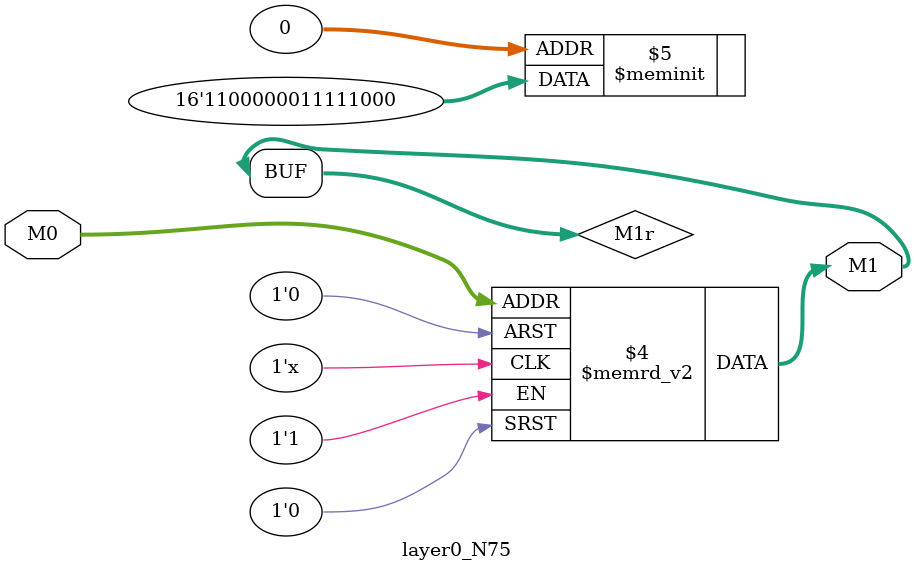
<source format=v>
module layer0_N75 ( input [2:0] M0, output [1:0] M1 );

	(*rom_style = "distributed" *) reg [1:0] M1r;
	assign M1 = M1r;
	always @ (M0) begin
		case (M0)
			3'b000: M1r = 2'b00;
			3'b100: M1r = 2'b00;
			3'b010: M1r = 2'b11;
			3'b110: M1r = 2'b00;
			3'b001: M1r = 2'b10;
			3'b101: M1r = 2'b00;
			3'b011: M1r = 2'b11;
			3'b111: M1r = 2'b11;

		endcase
	end
endmodule

</source>
